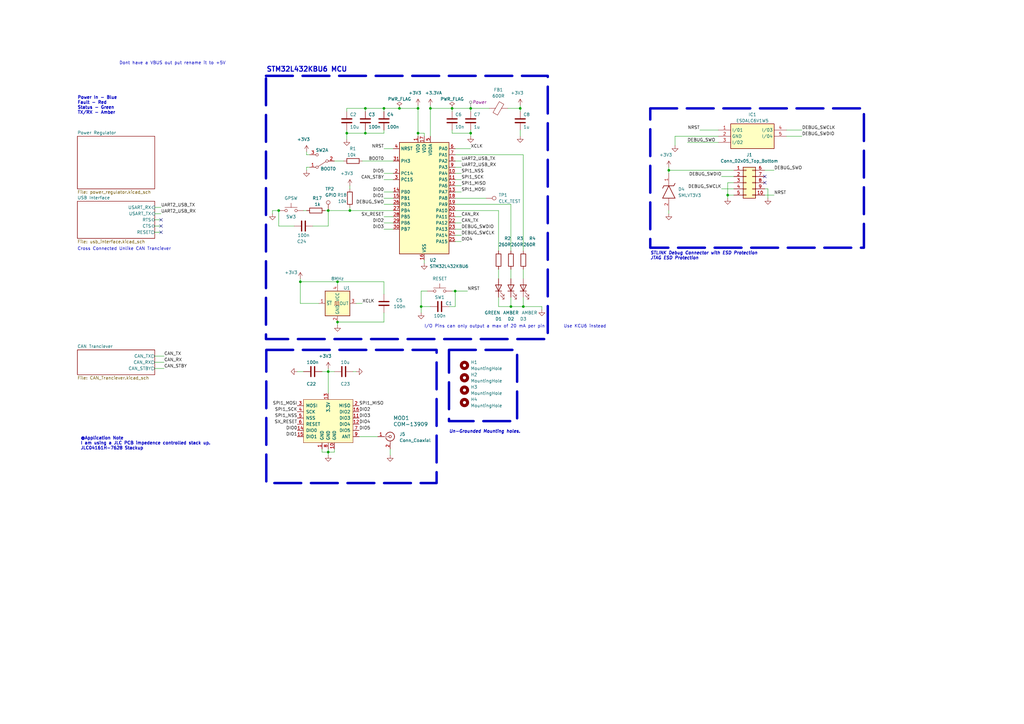
<source format=kicad_sch>
(kicad_sch (version 20231120) (generator "eeschema") (generator_version "8.0")
  (paper "A3")
  (title_block (title "CAN Bus Linked Temlemetry Module") (date "2023-10-06") (rev "2"))
  (lib_symbols
    (symbol "Connector:Conn_Coaxial" (pin_names (offset 1.016) hide)
      (property "Reference" "J" (at 0.254 3.048 0))
      (property "Value" "Conn_Coaxial" (at 2.921 0 90))
      (symbol "Conn_Coaxial_0_1"
        (arc (start -1.778 -0.508) (mid 0.2311 -1.8066) (end 1.778 0) (stroke (width 0.254)))
        (polyline (pts (xy -2.54 0) (xy -0.508 0)))
        (polyline (pts (xy 0 -2.54) (xy 0 -1.778)))
        (circle (center 0 0) (radius 0.508) (stroke (width 0.2032)))
        (arc (start 1.778 0) (mid 0.2099 1.8101) (end -1.778 0.508) (stroke (width 0.254)))
      )
      (symbol "Conn_Coaxial_1_1"
        (pin passive line (at -5.08 0 0) (length 2.54) (name "In") (number "1"))
        (pin passive line (at 0 -5.08 90) (length 2.54) (name "Ext") (number "2"))
      )
    )
    (symbol "Connector:TestPoint" (pin_numbers hide) (pin_names (offset 0.762) hide)
      (property "Reference" "TP" (at 0 6.858 0))
      (property "Value" "TestPoint" (at 0 5.08 0))
      (symbol "TestPoint_0_1"
        (circle (center 0 3.302) (radius 0.762))
      )
      (symbol "TestPoint_1_1"
        (pin passive line (at 0 0 90) (length 2.54) (name "1") (number "1"))
      )
    )
    (symbol "Connector_Generic:Conn_02x05_Top_Bottom" (pin_names (offset 1.016) hide)
      (property "Reference" "J" (at 1.27 7.62 0))
      (property "Value" "Conn_02x05_Top_Bottom" (at 1.27 -7.62 0))
      (symbol "Conn_02x05_Top_Bottom_1_1"
        (rectangle (start -1.27 -4.953) (end 0 -5.207) (stroke (width 0.1524)))
        (rectangle (start -1.27 -2.413) (end 0 -2.667) (stroke (width 0.1524)))
        (rectangle (start -1.27 0.127) (end 0 -0.127) (stroke (width 0.1524)))
        (rectangle (start -1.27 2.667) (end 0 2.413) (stroke (width 0.1524)))
        (rectangle (start -1.27 5.207) (end 0 4.953) (stroke (width 0.1524)))
        (rectangle (start -1.27 6.35) (end 3.81 -6.35) (stroke (width 0.254)) (fill (type background)))
        (rectangle (start 3.81 -4.953) (end 2.54 -5.207) (stroke (width 0.1524)))
        (rectangle (start 3.81 -2.413) (end 2.54 -2.667) (stroke (width 0.1524)))
        (rectangle (start 3.81 0.127) (end 2.54 -0.127) (stroke (width 0.1524)))
        (rectangle (start 3.81 2.667) (end 2.54 2.413) (stroke (width 0.1524)))
        (rectangle (start 3.81 5.207) (end 2.54 4.953) (stroke (width 0.1524)))
        (pin passive line (at -5.08 5.08 0) (length 3.81) (name "Pin_1") (number "1"))
        (pin passive line (at 7.62 -5.08 180) (length 3.81) (name "Pin_10") (number "10"))
        (pin passive line (at -5.08 2.54 0) (length 3.81) (name "Pin_2") (number "2"))
        (pin passive line (at -5.08 0 0) (length 3.81) (name "Pin_3") (number "3"))
        (pin passive line (at -5.08 -2.54 0) (length 3.81) (name "Pin_4") (number "4"))
        (pin passive line (at -5.08 -5.08 0) (length 3.81) (name "Pin_5") (number "5"))
        (pin passive line (at 7.62 5.08 180) (length 3.81) (name "Pin_6") (number "6"))
        (pin passive line (at 7.62 2.54 180) (length 3.81) (name "Pin_7") (number "7"))
        (pin passive line (at 7.62 0 180) (length 3.81) (name "Pin_8") (number "8"))
        (pin passive line (at 7.62 -2.54 180) (length 3.81) (name "Pin_9") (number "9"))
      )
    )
    (symbol "Device:C" (pin_numbers hide) (pin_names (offset 0.254))
      (property "Reference" "C" (at 0.635 2.54 0))
      (property "Value" "C" (at 0.635 -2.54 0))
      (symbol "C_0_1"
        (polyline (pts (xy -2.032 -0.762) (xy 2.032 -0.762)) (stroke (width 0.508)))
        (polyline (pts (xy -2.032 0.762) (xy 2.032 0.762)) (stroke (width 0.508)))
      )
      (symbol "C_1_1"
        (pin passive line (at 0 3.81 270) (length 2.794) (name "~") (number "1"))
        (pin passive line (at 0 -3.81 90) (length 2.794) (name "~") (number "2"))
      )
    )
    (symbol "Device:FerriteBead" (pin_numbers hide) (pin_names (offset 0))
      (property "Reference" "FB" (at -3.81 0.635 90))
      (property "Value" "FerriteBead" (at 3.81 0 90))
      (symbol "FerriteBead_0_1"
        (polyline (pts (xy 0 -1.27) (xy 0 -1.2192)))
        (polyline (pts (xy 0 1.27) (xy 0 1.2954)))
        (polyline (pts (xy -2.7686 0.4064) (xy -1.7018 2.2606) (xy 2.7686 -0.3048) (xy 1.6764 -2.159) (xy -2.7686 0.4064)))
      )
      (symbol "FerriteBead_1_1"
        (pin passive line (at 0 3.81 270) (length 2.54) (name "~") (number "1"))
        (pin passive line (at 0 -3.81 90) (length 2.54) (name "~") (number "2"))
      )
    )
    (symbol "Device:LED" (pin_numbers hide) (pin_names (offset 1.016) hide)
      (property "Reference" "D" (at 0 2.54 0))
      (property "Value" "LED" (at 0 -2.54 0))
      (symbol "LED_0_1"
        (polyline (pts (xy -1.27 -1.27) (xy -1.27 1.27)) (stroke (width 0.254)))
        (polyline (pts (xy -1.27 0) (xy 1.27 0)))
        (polyline (pts (xy 1.27 -1.27) (xy 1.27 1.27) (xy -1.27 0) (xy 1.27 -1.27)) (stroke (width 0.254)))
        (polyline (pts (xy -3.048 -0.762) (xy -4.572 -2.286) (xy -3.81 -2.286) (xy -4.572 -2.286) (xy -4.572 -1.524)))
        (polyline (pts (xy -1.778 -0.762) (xy -3.302 -2.286) (xy -2.54 -2.286) (xy -3.302 -2.286) (xy -3.302 -1.524)))
      )
      (symbol "LED_1_1"
        (pin passive line (at -3.81 0 0) (length 2.54) (name "K") (number "1"))
        (pin passive line (at 3.81 0 180) (length 2.54) (name "A") (number "2"))
      )
    )
    (symbol "Device:R" (pin_numbers hide) (pin_names (offset 0))
      (property "Reference" "R" (at 2.032 0 90))
      (property "Value" "R" (at 0 0 90))
      (symbol "R_0_1"
        (rectangle (start -1.016 -2.54) (end 1.016 2.54) (stroke (width 0.254)))
      )
      (symbol "R_1_1"
        (pin passive line (at 0 3.81 270) (length 1.27) (name "~") (number "1"))
        (pin passive line (at 0 -3.81 90) (length 1.27) (name "~") (number "2"))
      )
    )
    (symbol "MCU_ST_STM32L4:STM32L432KBUx"
      (property "Reference" "U" (at -10.16 24.13 0))
      (property "Value" "STM32L432KBUx" (at 5.08 24.13 0))
      (symbol "STM32L432KBUx_0_1"
        (rectangle (start -10.16 -22.86) (end 10.16 22.86) (stroke (width 0.254)) (fill (type background)))
      )
      (symbol "STM32L432KBUx_1_1"
        (pin power_in line (at -2.54 25.4 270) (length 2.54) (name "VDD") (number "1"))
        (pin bidirectional line (at 12.7 10.16 180) (length 2.54) (name "PA4") (number "10"))
        (pin bidirectional line (at 12.7 7.62 180) (length 2.54) (name "PA5") (number "11"))
        (pin bidirectional line (at 12.7 5.08 180) (length 2.54) (name "PA6") (number "12"))
        (pin bidirectional line (at 12.7 2.54 180) (length 2.54) (name "PA7") (number "13"))
        (pin bidirectional line (at -12.7 2.54 0) (length 2.54) (name "PB0") (number "14"))
        (pin bidirectional line (at -12.7 0 0) (length 2.54) (name "PB1") (number "15"))
        (pin power_in line (at 0 -25.4 90) (length 2.54) (name "VSS") (number "16"))
        (pin power_in line (at 0 25.4 270) (length 2.54) (name "VDD") (number "17"))
        (pin bidirectional line (at 12.7 0 180) (length 2.54) (name "PA8") (number "18"))
        (pin bidirectional line (at 12.7 -2.54 180) (length 2.54) (name "PA9") (number "19"))
        (pin bidirectional line (at -12.7 10.16 0) (length 2.54) (name "PC14") (number "2"))
        (pin bidirectional line (at 12.7 -5.08 180) (length 2.54) (name "PA10") (number "20"))
        (pin bidirectional line (at 12.7 -7.62 180) (length 2.54) (name "PA11") (number "21"))
        (pin bidirectional line (at 12.7 -10.16 180) (length 2.54) (name "PA12") (number "22"))
        (pin bidirectional line (at 12.7 -12.7 180) (length 2.54) (name "PA13") (number "23"))
        (pin bidirectional line (at 12.7 -15.24 180) (length 2.54) (name "PA14") (number "24"))
        (pin bidirectional line (at 12.7 -17.78 180) (length 2.54) (name "PA15") (number "25"))
        (pin bidirectional line (at -12.7 -2.54 0) (length 2.54) (name "PB3") (number "26"))
        (pin bidirectional line (at -12.7 -5.08 0) (length 2.54) (name "PB4") (number "27"))
        (pin bidirectional line (at -12.7 -7.62 0) (length 2.54) (name "PB5") (number "28"))
        (pin bidirectional line (at -12.7 -10.16 0) (length 2.54) (name "PB6") (number "29"))
        (pin bidirectional line (at -12.7 7.62 0) (length 2.54) (name "PC15") (number "3"))
        (pin bidirectional line (at -12.7 -12.7 0) (length 2.54) (name "PB7") (number "30"))
        (pin bidirectional line (at -12.7 15.24 0) (length 2.54) (name "PH3") (number "31"))
        (pin passive line (at 0 -25.4 90) (length 2.54) hide (name "VSS") (number "32"))
        (pin passive line (at 0 -25.4 90) (length 2.54) hide (name "VSS") (number "33"))
        (pin input line (at -12.7 20.32 0) (length 2.54) (name "NRST") (number "4"))
        (pin power_in line (at 2.54 25.4 270) (length 2.54) (name "VDDA") (number "5"))
        (pin bidirectional line (at 12.7 20.32 180) (length 2.54) (name "PA0") (number "6"))
        (pin bidirectional line (at 12.7 17.78 180) (length 2.54) (name "PA1") (number "7"))
        (pin bidirectional line (at 12.7 15.24 180) (length 2.54) (name "PA2") (number "8"))
        (pin bidirectional line (at 12.7 12.7 180) (length 2.54) (name "PA3") (number "9"))
      )
    )
    (symbol "Mechanical:MountingHole" (pin_names (offset 1.016))
      (property "Reference" "H" (at 0 5.08 0))
      (property "Value" "MountingHole" (at 0 3.175 0))
      (symbol "MountingHole_0_1"
        (circle (center 0 0) (radius 1.27) (stroke (width 1.27)))
      )
    )
    (symbol "RF_Parts:ESDALC6V1W5"
      (property "Reference" "IC" (at 24.13 7.62 0))
      (property "Value" "ESDALC6V1W5" (at 24.13 5.08 0))
      (symbol "ESDALC6V1W5_1_1"
        (rectangle (start 5.08 2.54) (end 22.86 -7.62) (stroke (width 0.254)) (fill (type background)))
        (pin passive line (at 0 0 0) (length 5.08) (name "I/01") (number "1"))
        (pin passive line (at 0 -2.54 0) (length 5.08) (name "GND") (number "2"))
        (pin passive line (at 0 -5.08 0) (length 5.08) (name "I/02") (number "3"))
        (pin passive line (at 27.94 0 180) (length 5.08) (name "I/03") (number "4"))
        (pin passive line (at 27.94 -2.54 180) (length 5.08) (name "I/04") (number "5"))
      )
    )
    (symbol "RF_Parts:SG-3225CAN"
      (property "Reference" "U" (at 3.81 7.62 0))
      (symbol "SG-3225CAN_0_1"
        (rectangle (start -5.08 5.08) (end 5.08 -5.08) (stroke (width 0.254)) (fill (type background)))
        (polyline (pts (xy -1.27 -0.762) (xy -1.016 -0.762) (xy -1.016 0.762) (xy -0.508 0.762) (xy -0.508 -0.762) (xy 0 -0.762) (xy 0 0.762) (xy 0.508 0.762) (xy 0.508 -0.762) (xy 0.762 -0.762)))
      )
      (symbol "SG-3225CAN_1_1"
        (pin input line (at -7.62 0 0) (length 2.54) (name "~{ST}") (number "1"))
        (pin power_in line (at 0 -7.62 90) (length 2.54) (name "GND") (number "2"))
        (pin output line (at 7.62 0 180) (length 2.54) (name "OUT") (number "3"))
        (pin power_in line (at 0 7.62 270) (length 2.54) (name "VCC") (number "4"))
      )
    )
    (symbol "RF_Parts:SMLVT3V3" (pin_names hide)
      (property "Reference" "D" (at 10.16 8.89 0))
      (property "Value" "SMLVT3V3" (at 10.16 6.35 0))
      (symbol "SMLVT3V3_1_1"
        (polyline (pts (xy 4.064 2.54) (xy 5.08 2.032)) (stroke (width 0.254)))
        (polyline (pts (xy 5.08 -2.032) (xy 5.08 2.032)) (stroke (width 0.254)))
        (polyline (pts (xy 5.08 -2.032) (xy 6.096 -2.54)) (stroke (width 0.254)))
        (polyline (pts (xy 5.08 0) (xy 10.16 2.54)) (stroke (width 0.254)))
        (polyline (pts (xy 10.16 -2.54) (xy 5.08 0)) (stroke (width 0.254)))
        (polyline (pts (xy 10.16 -2.54) (xy 10.16 2.54)) (stroke (width 0.254)))
        (pin passive line (at 0 0 0) (length 5.08) (name "K") (number "1"))
        (pin passive line (at 15.24 0 180) (length 5.08) (name "A") (number "2"))
      )
    )
    (symbol "Switch:SW_DPDT_x2" (pin_names (offset 0) hide)
      (property "Reference" "SW" (at 0 4.318 0))
      (property "Value" "SW_DPDT_x2" (at 0 -5.08 0))
      (symbol "SW_DPDT_x2_0_0"
        (circle (center -2.032 0) (radius 0.508))
        (circle (center 2.032 -2.54) (radius 0.508))
      )
      (symbol "SW_DPDT_x2_0_1"
        (polyline (pts (xy -1.524 0.254) (xy 1.651 2.286)))
        (circle (center 2.032 2.54) (radius 0.508))
      )
      (symbol "SW_DPDT_x2_1_1"
        (pin passive line (at 5.08 2.54 180) (length 2.54) (name "A") (number "1"))
        (pin passive line (at -5.08 0 0) (length 2.54) (name "B") (number "2"))
        (pin passive line (at 5.08 -2.54 180) (length 2.54) (name "C") (number "3"))
      )
      (symbol "SW_DPDT_x2_2_1"
        (pin passive line (at 5.08 2.54 180) (length 2.54) (name "A") (number "4"))
        (pin passive line (at -5.08 0 0) (length 2.54) (name "B") (number "5"))
        (pin passive line (at 5.08 -2.54 180) (length 2.54) (name "C") (number "6"))
      )
    )
    (symbol "Switch:SW_Push" (pin_numbers hide) (pin_names (offset 1.016) hide)
      (property "Reference" "SW" (at 1.27 2.54 0))
      (property "Value" "SW_Push" (at 0 -1.524 0))
      (symbol "SW_Push_0_1"
        (circle (center -2.032 0) (radius 0.508))
        (polyline (pts (xy 0 1.27) (xy 0 3.048)))
        (polyline (pts (xy 2.54 1.27) (xy -2.54 1.27)))
        (circle (center 2.032 0) (radius 0.508))
        (pin passive line (at -5.08 0 0) (length 2.54) (name "1") (number "1"))
        (pin passive line (at 5.08 0 180) (length 2.54) (name "2") (number "2"))
      )
    )
    (symbol "dk_RF-Transceiver-Modules:COM-13909" (pin_names (offset 1.016))
      (property "Reference" "MOD" (at -10.287 13.7922 0))
      (property "Value" "COM-13909" (at 3.2766 -6.477 0))
      (symbol "COM-13909_1_1"
        (rectangle (start -10.16 12.7) (end 10.16 -5.08) (fill (type background)))
        (pin power_in line (at -2.54 -7.62 90) (length 2.54) (name "GND") (number "1"))
        (pin power_in line (at 2.54 -7.62 90) (length 2.54) (name "GND") (number "10"))
        (pin bidirectional line (at 12.7 5.08 180) (length 2.54) (name "DIO3") (number "11"))
        (pin bidirectional line (at 12.7 2.54 180) (length 2.54) (name "DIO4") (number "12"))
        (pin power_in line (at 0 15.24 270) (length 2.54) (name "3.3V") (number "13"))
        (pin bidirectional line (at -12.7 0 0) (length 2.54) (name "DIO0") (number "14"))
        (pin bidirectional line (at -12.7 -2.54 0) (length 2.54) (name "DIO1") (number "15"))
        (pin bidirectional line (at 12.7 7.62 180) (length 2.54) (name "DIO2") (number "16"))
        (pin output line (at 12.7 10.16 180) (length 2.54) (name "MISO") (number "2"))
        (pin input line (at -12.7 10.16 0) (length 2.54) (name "MOSI") (number "3"))
        (pin input line (at -12.7 7.62 0) (length 2.54) (name "SCK") (number "4"))
        (pin input line (at -12.7 5.08 0) (length 2.54) (name "NSS") (number "5"))
        (pin input line (at -12.7 2.54 0) (length 2.54) (name "RESET") (number "6"))
        (pin bidirectional line (at 12.7 0 180) (length 2.54) (name "DIO5") (number "7"))
        (pin power_in line (at 0 -7.62 90) (length 2.54) (name "GND") (number "8"))
        (pin bidirectional line (at 12.7 -2.54 180) (length 2.54) (name "ANT") (number "9"))
      )
    )
    (symbol "power:+3.3VA" (power) (pin_names (offset 0))
      (property "Value" "+3.3VA" (at 0 3.556 0))
      (symbol "+3.3VA_0_1"
        (polyline (pts (xy -0.762 1.27) (xy 0 2.54)))
        (polyline (pts (xy 0 0) (xy 0 2.54)))
        (polyline (pts (xy 0 2.54) (xy 0.762 1.27)))
      )
      (symbol "+3.3VA_1_1"
        (pin power_in line (at 0 0 90) (length 0) hide (name "+3.3VA") (number "1"))
      )
    )
    (symbol "power:+3V3" (power) (pin_names (offset 0))
      (property "Value" "+3V3" (at 0 3.556 0))
      (symbol "+3V3_0_1"
        (polyline (pts (xy -0.762 1.27) (xy 0 2.54)))
        (polyline (pts (xy 0 0) (xy 0 2.54)))
        (polyline (pts (xy 0 2.54) (xy 0.762 1.27)))
      )
      (symbol "+3V3_1_1"
        (pin power_in line (at 0 0 90) (length 0) hide (name "+3V3") (number "1"))
      )
    )
    (symbol "power:GND" (power) (pin_names (offset 0))
      (property "Value" "GND" (at 0 -3.81 0))
      (symbol "GND_0_1"
        (polyline (pts (xy 0 0) (xy 0 -1.27) (xy 1.27 -1.27) (xy 0 -2.54) (xy -1.27 -1.27) (xy 0 -1.27)))
      )
      (symbol "GND_1_1"
        (pin power_in line (at 0 0 270) (length 0) hide (name "GND") (number "1"))
      )
    )
    (symbol "power:PWR_FLAG" (power) (pin_numbers hide) (pin_names (offset 0) hide)
      (property "Value" "PWR_FLAG" (at 0 3.81 0))
      (symbol "PWR_FLAG_0_0"
        (pin power_out line (at 0 0 90) (length 0) (name "pwr") (number "1"))
      )
      (symbol "PWR_FLAG_0_1"
        (polyline (pts (xy 0 0) (xy 0 1.27) (xy -1.016 1.905) (xy 0 2.54) (xy 1.016 1.905) (xy 0 1.27)))
      )
    )
  )
  (junction (at 185.42 44.45))
  (junction (at 114.3 86.36))
  (junction (at 171.45 54.61))
  (junction (at 213.36 44.45))
  (junction (at 163.83 44.45))
  (junction (at 193.04 44.45))
  (junction (at 149.86 54.61))
  (junction (at 134.62 185.42))
  (junction (at 176.53 44.45))
  (junction (at 123.19 115.57))
  (junction (at 214.63 125.73))
  (junction (at 298.45 80.01))
  (junction (at 157.48 44.45))
  (junction (at 134.62 152.4))
  (junction (at 142.24 54.61))
  (junction (at 172.72 125.73))
  (junction (at 143.51 86.36))
  (junction (at 209.55 125.73))
  (junction (at 149.86 44.45))
  (junction (at 193.04 54.61))
  (junction (at 134.62 86.36))
  (junction (at 186.69 119.38))
  (junction (at 138.43 115.57))
  (junction (at 274.32 69.85))
  (junction (at 138.43 132.08))
  (junction (at 171.45 44.45))
  (no_connect (at 66.04 92.71))
  (no_connect (at 66.04 90.17))
  (no_connect (at 313.69 74.93))
  (no_connect (at 313.69 72.39))
  (no_connect (at 66.04 95.25))
  (wire (pts (xy 134.62 86.36) (xy 134.62 92.71)))
  (wire (pts (xy 111.76 87.63) (xy 111.76 86.36)))
  (wire (pts (xy 185.42 44.45) (xy 185.42 45.72)))
  (wire (pts (xy 160.02 184.15) (xy 160.02 186.69)))
  (wire (pts (xy 172.72 119.38) (xy 172.72 125.73)))
  (wire (pts (xy 186.69 78.74) (xy 189.23 78.74)))
  (wire (pts (xy 186.69 119.38) (xy 186.69 125.73)))
  (wire (pts (xy 138.43 115.57) (xy 123.19 115.57)))
  (wire (pts (xy 314.96 81.28) (xy 314.96 77.47)))
  (wire (pts (xy 63.5 90.17) (xy 66.04 90.17)))
  (wire (pts (xy 298.45 80.01) (xy 300.99 80.01)))
  (wire (pts (xy 127 68.58) (xy 125.73 68.58)))
  (wire (pts (xy 193.04 55.88) (xy 193.04 54.61)))
  (wire (pts (xy 199.39 81.28) (xy 186.69 81.28)))
  (wire (pts (xy 175.26 119.38) (xy 172.72 119.38)))
  (wire (pts (xy 274.32 86.36) (xy 274.32 87.63)))
  (wire (pts (xy 193.04 44.45) (xy 200.66 44.45)))
  (wire (pts (xy 204.47 121.92) (xy 204.47 125.73)))
  (wire (pts (xy 114.3 86.36) (xy 114.3 92.71)))
  (wire (pts (xy 281.94 58.42) (xy 294.64 58.42)))
  (wire (pts (xy 171.45 43.18) (xy 171.45 44.45)))
  (wire (pts (xy 176.53 44.45) (xy 185.42 44.45)))
  (wire (pts (xy 161.29 78.74) (xy 157.48 78.74)))
  (wire (pts (xy 63.5 148.59) (xy 67.31 148.59)))
  (wire (pts (xy 123.19 115.57) (xy 123.19 124.46)))
  (wire (pts (xy 274.32 68.58) (xy 274.32 69.85)))
  (wire (pts (xy 204.47 86.36) (xy 186.69 86.36)))
  (wire (pts (xy 172.72 125.73) (xy 172.72 128.27)))
  (wire (pts (xy 295.91 77.47) (xy 300.99 77.47)))
  (wire (pts (xy 121.92 152.4) (xy 124.46 152.4)))
  (wire (pts (xy 144.78 152.4) (xy 146.05 152.4)))
  (wire (pts (xy 161.29 88.9) (xy 157.48 88.9)))
  (wire (pts (xy 213.36 44.45) (xy 213.36 45.72)))
  (wire (pts (xy 138.43 116.84) (xy 138.43 115.57)))
  (wire (pts (xy 185.42 54.61) (xy 193.04 54.61)))
  (wire (pts (xy 138.43 132.08) (xy 157.48 132.08)))
  (wire (pts (xy 295.91 72.39) (xy 300.99 72.39)))
  (wire (pts (xy 142.24 54.61) (xy 149.86 54.61)))
  (wire (pts (xy 214.63 114.3) (xy 214.63 110.49)))
  (wire (pts (xy 125.73 68.58) (xy 125.73 69.85)))
  (wire (pts (xy 157.48 83.82) (xy 161.29 83.82)))
  (wire (pts (xy 132.08 185.42) (xy 134.62 185.42)))
  (wire (pts (xy 123.19 114.3) (xy 123.19 115.57)))
  (wire (pts (xy 137.16 152.4) (xy 134.62 152.4)))
  (wire (pts (xy 143.51 85.09) (xy 143.51 86.36)))
  (wire (pts (xy 204.47 125.73) (xy 209.55 125.73)))
  (wire (pts (xy 294.64 55.88) (xy 276.86 55.88)))
  (wire (pts (xy 157.48 60.96) (xy 161.29 60.96)))
  (wire (pts (xy 213.36 43.18) (xy 213.36 44.45)))
  (wire (pts (xy 317.5 80.01) (xy 313.69 80.01)))
  (wire (pts (xy 171.45 54.61) (xy 171.45 55.88)))
  (wire (pts (xy 186.69 88.9) (xy 189.23 88.9)))
  (wire (pts (xy 111.76 86.36) (xy 114.3 86.36)))
  (wire (pts (xy 186.69 63.5) (xy 214.63 63.5)))
  (wire (pts (xy 173.99 55.88) (xy 173.99 54.61)))
  (wire (pts (xy 63.5 87.63) (xy 66.04 87.63)))
  (wire (pts (xy 134.62 151.13) (xy 134.62 152.4)))
  (wire (pts (xy 317.5 69.85) (xy 313.69 69.85)))
  (wire (pts (xy 137.16 66.04) (xy 140.97 66.04)))
  (wire (pts (xy 186.69 68.58) (xy 189.23 68.58)))
  (wire (pts (xy 298.45 80.01) (xy 298.45 81.28)))
  (wire (pts (xy 193.04 45.72) (xy 193.04 44.45)))
  (wire (pts (xy 134.62 185.42) (xy 137.16 185.42)))
  (wire (pts (xy 186.69 76.2) (xy 189.23 76.2)))
  (wire (pts (xy 63.5 85.09) (xy 66.04 85.09)))
  (wire (pts (xy 186.69 96.52) (xy 189.23 96.52)))
  (wire (pts (xy 161.29 91.44) (xy 157.48 91.44)))
  (wire (pts (xy 134.62 86.36) (xy 143.51 86.36)))
  (wire (pts (xy 171.45 44.45) (xy 171.45 54.61)))
  (wire (pts (xy 142.24 44.45) (xy 142.24 45.72)))
  (wire (pts (xy 138.43 115.57) (xy 157.48 115.57)))
  (wire (pts (xy 157.48 44.45) (xy 163.83 44.45)))
  (wire (pts (xy 176.53 44.45) (xy 176.53 55.88)))
  (wire (pts (xy 142.24 53.34) (xy 142.24 54.61)))
  (wire (pts (xy 208.28 44.45) (xy 213.36 44.45)))
  (wire (pts (xy 143.51 86.36) (xy 161.29 86.36)))
  (wire (pts (xy 189.23 99.06) (xy 186.69 99.06)))
  (wire (pts (xy 124.46 86.36) (xy 125.73 86.36)))
  (wire (pts (xy 204.47 102.87) (xy 204.47 86.36)))
  (wire (pts (xy 322.58 53.34) (xy 328.93 53.34)))
  (wire (pts (xy 274.32 69.85) (xy 274.32 71.12)))
  (wire (pts (xy 298.45 74.93) (xy 300.99 74.93)))
  (wire (pts (xy 214.63 63.5) (xy 214.63 102.87)))
  (wire (pts (xy 186.69 66.04) (xy 189.23 66.04)))
  (wire (pts (xy 186.69 71.12) (xy 189.23 71.12)))
  (wire (pts (xy 214.63 125.73) (xy 209.55 125.73)))
  (wire (pts (xy 186.69 91.44) (xy 189.23 91.44)))
  (wire (pts (xy 193.04 53.34) (xy 193.04 54.61)))
  (wire (pts (xy 149.86 44.45) (xy 149.86 45.72)))
  (wire (pts (xy 149.86 54.61) (xy 157.48 54.61)))
  (wire (pts (xy 157.48 120.65) (xy 157.48 115.57)))
  (wire (pts (xy 186.69 60.96) (xy 193.04 60.96)))
  (wire (pts (xy 157.48 53.34) (xy 157.48 54.61)))
  (wire (pts (xy 63.5 151.13) (xy 67.31 151.13)))
  (wire (pts (xy 186.69 125.73) (xy 184.15 125.73)))
  (wire (pts (xy 149.86 53.34) (xy 149.86 54.61)))
  (wire (pts (xy 142.24 44.45) (xy 149.86 44.45)))
  (wire (pts (xy 138.43 132.08) (xy 138.43 133.35)))
  (wire (pts (xy 132.08 184.15) (xy 132.08 185.42)))
  (wire (pts (xy 142.24 54.61) (xy 142.24 57.15)))
  (wire (pts (xy 314.96 77.47) (xy 313.69 77.47)))
  (wire (pts (xy 204.47 114.3) (xy 204.47 110.49)))
  (wire (pts (xy 125.73 63.5) (xy 127 63.5)))
  (wire (pts (xy 148.59 124.46) (xy 146.05 124.46)))
  (wire (pts (xy 209.55 83.82) (xy 186.69 83.82)))
  (wire (pts (xy 163.83 44.45) (xy 171.45 44.45)))
  (wire (pts (xy 176.53 125.73) (xy 172.72 125.73)))
  (wire (pts (xy 276.86 55.88) (xy 276.86 59.69)))
  (wire (pts (xy 134.62 185.42) (xy 134.62 186.69)))
  (wire (pts (xy 186.69 119.38) (xy 191.77 119.38)))
  (wire (pts (xy 287.02 53.34) (xy 294.64 53.34)))
  (wire (pts (xy 143.51 76.2) (xy 143.51 77.47)))
  (wire (pts (xy 123.19 124.46) (xy 130.81 124.46)))
  (wire (pts (xy 157.48 44.45) (xy 149.86 44.45)))
  (wire (pts (xy 63.5 95.25) (xy 66.04 95.25)))
  (wire (pts (xy 186.69 73.66) (xy 189.23 73.66)))
  (wire (pts (xy 148.59 66.04) (xy 161.29 66.04)))
  (wire (pts (xy 161.29 81.28) (xy 157.48 81.28)))
  (wire (pts (xy 134.62 86.36) (xy 133.35 86.36)))
  (wire (pts (xy 147.32 179.07) (xy 154.94 179.07)))
  (wire (pts (xy 185.42 44.45) (xy 193.04 44.45)))
  (wire (pts (xy 209.55 102.87) (xy 209.55 83.82)))
  (wire (pts (xy 134.62 184.15) (xy 134.62 185.42)))
  (wire (pts (xy 125.73 63.5) (xy 125.73 62.23)))
  (wire (pts (xy 132.08 152.4) (xy 134.62 152.4)))
  (wire (pts (xy 214.63 121.92) (xy 214.63 125.73)))
  (wire (pts (xy 176.53 43.18) (xy 176.53 44.45)))
  (wire (pts (xy 222.25 127) (xy 222.25 125.73)))
  (wire (pts (xy 173.99 54.61) (xy 171.45 54.61)))
  (wire (pts (xy 157.48 128.27) (xy 157.48 132.08)))
  (wire (pts (xy 209.55 125.73) (xy 209.55 121.92)))
  (wire (pts (xy 185.42 53.34) (xy 185.42 54.61)))
  (wire (pts (xy 185.42 119.38) (xy 186.69 119.38)))
  (wire (pts (xy 173.99 106.68) (xy 173.99 107.95)))
  (wire (pts (xy 222.25 125.73) (xy 214.63 125.73)))
  (wire (pts (xy 322.58 55.88) (xy 328.93 55.88)))
  (wire (pts (xy 298.45 74.93) (xy 298.45 80.01)))
  (wire (pts (xy 213.36 53.34) (xy 213.36 55.88)))
  (wire (pts (xy 114.3 92.71) (xy 120.65 92.71)))
  (wire (pts (xy 134.62 152.4) (xy 134.62 161.29)))
  (wire (pts (xy 137.16 185.42) (xy 137.16 184.15)))
  (wire (pts (xy 186.69 93.98) (xy 189.23 93.98)))
  (wire (pts (xy 274.32 69.85) (xy 300.99 69.85)))
  (wire (pts (xy 157.48 44.45) (xy 157.48 45.72)))
  (wire (pts (xy 157.48 71.12) (xy 161.29 71.12)))
  (wire (pts (xy 157.48 73.66) (xy 161.29 73.66)))
  (wire (pts (xy 63.5 146.05) (xy 67.31 146.05)))
  (wire (pts (xy 209.55 114.3) (xy 209.55 110.49)))
  (wire (pts (xy 63.5 92.71) (xy 66.04 92.71)))
  (wire (pts (xy 128.27 92.71) (xy 134.62 92.71)))
  (wire (pts (xy 161.29 93.98) (xy 157.48 93.98)))
  (rectangle (start 109.093 31.115) (end 224.663 139.065) (stroke (width 1) (type dash)))
  (rectangle (start 478.79 15.24) (end 491.49 26.67))
  (rectangle (start 520.7 15.24) (end 538.48 29.21))
  (rectangle (start 497.84 17.78) (end 502.92 22.86))
  (rectangle (start 444.5 15.24) (end 452.12 26.67))
  (rectangle (start 184.15 143.51) (end 212.09 172.72) (stroke (width 1) (type dash)))
  (rectangle (start 444.5 8.89) (end 538.48 34.29))
  (rectangle (start 457.2 17.78) (end 463.55 24.13))
  (rectangle (start 266.7 44.45) (end 354.33 101.6) (stroke (width 1) (type dash)))
  (rectangle (start 461.01 29.21) (end 468.63 34.29))
  (rectangle (start 109.22 143.51) (end 179.07 198.12) (stroke (width 1) (type dash)))
  (text "MCU" (at 478.79 15.24 0) (effects (font (size 1.27 1.27)) (justify left bottom)))
  (text "Front\n" (at 444.5 7.62 0) (effects (font (size 1.27 1.27)) (justify left bottom)))
  (text "Un-Grounded Mounting holes." (at 184.15 177.8 0) (effects (font (size 1.27 1.27) (thickness 0.254) (bold yes) (italic yes)) (justify left bottom)))
  (text "COAX RF Anttenna\n" (at 520.7 15.24 0) (effects (font (size 1.27 1.27)) (justify left bottom)))
  (text "Final parts bill:\n\nLDO Voltage Regulator : https://www.digikey.ca/en/products/detail/texas-instruments/TLV2217-33KVURG3/1096010\n\nSTM32L562CET6 : https://www.st.com/en/microcontrollers-microprocessors/stm32l562ce.html#sample-buy\n\nRF Tranciever AT86RF215-ZU : https://www.digikey.ca/en/products/detail/microchip-technology/AT86RF215-ZU/5147177\n\nCAN Tranciever MCP2544WFD-E/FSN : https://www.digikey.ca/en/products/detail/microchip-technology/MCP2544WFD-E%2FSN/5975771\n\n8 MHz Crystal Occilator ECS-80-12-33-JGN-TR : https://www.digikey.ca/en/products/detail/ecs-inc/ECS-80-12-33-JGN-TR/10478754\n\nUSB ESD PROTECTION TVS : https://www.digikey.ca/en/products/detail/stmicroelectronics/USBLC6-2SC6/1040559\n\nSWD ESD PROTECTION IC : https://www.digikey.ca/en/products/detail/stmicroelectronics/ESDALC6V1W5/1037997\n\nSWD ESD PROTECTION DIODE : https://www.digikey.ca/en/products/detail/stmicroelectronics/SMLVT3V3/603521\n\nPOWER DIODE ESDA7P120-1U1M : https://www.digikey.ca/en/products/detail/stmicroelectronics/ESDA7P120-1U1M/6709858\n\nCAN Transciever ESD Protection ESDCAN03-2BWY : https://www.digikey.ca/en/products/detail/stmicroelectronics/ESDCAN03-2BWY/5305266\n\nButton Push : https://www.digikey.ca/en/products/detail/w%C3%BCrth-elektronik/434133025816/9950810\n\nCAN 2.0 Controller MCP2517FD-H/FSL : https://www.digikey.ca/en/products/detail/microchip-technology/MCP2517FD-H%2FSL/7691348?" (at 444.5 86.36 0) (effects (font (size 1.27 1.27)) (justify left bottom)))
  (text "STM32L432KBU6 MCU" (at 109.22 29.718 0) (effects (font (size 2 2) (thickness 0.4) (bold yes)) (justify left bottom)))
  (text "CAN Transciever\n" (at 453.39 17.78 0) (effects (font (size 1.27 1.27)) (justify left bottom)))
  (text "STLINK Debug Connector with ESD Protection\nJTAG ESD Protection" (at 266.7 106.68 0) (effects (font (size 1.27 1.27) (thickness 0.254) (bold yes) (italic yes)) (justify left bottom)))
  (text "@Application Note\nI am using a JLC PCB impedence controlled stack up.\nJLC04161H-7628 Stackup\n\n" (at 33.02 186.69 0) (effects (font (size 1.27 1.27) (thickness 0.254) (bold yes)) (justify left bottom)))
  (text "Power In - Blue\nFault - Red\nStatus - Green\nTX/RX - Amber" (at 31.75 46.99 0) (effects (font (size 1.27 1.27) (thickness 0.254) (bold yes)) (justify left bottom)))
  (text "USB\n" (at 461.01 31.75 0) (effects (font (size 1.27 1.27)) (justify left bottom)))
  (text "Cross Connected Unlike CAN Tranciever" (at 31.75 102.87 0) (effects (font (size 1.27 1.27)) (justify left bottom)))
  (text "I/O Pins can only output a max of 20 mA per pin" (at 173.99 134.62 0) (effects (font (size 1.27 1.27)) (justify left bottom)))
  (text "Use KCU6 instead" (at 231.14 134.62 0) (effects (font (size 1.27 1.27)) (justify left bottom)))
  (text "CAN RJ45" (at 450.85 26.67 90) (effects (font (size 1.27 1.27)) (justify left bottom)))
  (text "RF Transciever\n" (at 495.3 17.78 0) (effects (font (size 1.27 1.27)) (justify left bottom)))
  (text "Dont have a VBUS out put rename it to +5V\n" (at 48.895 26.67 0) (effects (font (size 1.27 1.27)) (justify left bottom)))
  (label "DIO3" (at 157.48 93.98 180))
  (label "DIO4" (at 189.23 99.06 0))
  (label "SPI1_MISO" (at 147.32 166.37 0))
  (label "SX_RESET" (at 157.48 88.9 180))
  (label "DEBUG_SWDIO" (at 189.23 93.98 0))
  (label "DEBUG_SWO" (at 281.94 58.42 0))
  (label "SPI1_SCK" (at 121.92 168.91 180))
  (label "DEBUG_SWO" (at 317.5 69.85 0))
  (label "NRST" (at 191.77 119.38 0))
  (label "UART2_USB_TX" (at 66.04 85.09 0))
  (label "UART2_USB_TX" (at 189.23 66.04 0))
  (label "DEBUG_SWDIO" (at 295.91 72.39 180))
  (label "CAN_STBY" (at 157.48 73.66 180))
  (label "DIO5" (at 147.32 176.53 0))
  (label "NRST" (at 287.02 53.34 180))
  (label "NRST" (at 317.5 80.01 0))
  (label "DIO1" (at 157.48 81.28 180))
  (label "CAN_RX" (at 189.23 88.9 0))
  (label "DIO3" (at 147.32 171.45 0))
  (label "DIO0" (at 121.92 176.53 180))
  (label "NRST" (at 157.48 60.96 180))
  (label "CAN_TX" (at 67.31 146.05 0))
  (label "SPI1_MOSI" (at 189.23 78.74 0))
  (label "UART2_USB_RX" (at 189.23 68.58 0))
  (label "DEBUG_SWO" (at 157.48 83.82 180))
  (label "CAN_STBY" (at 67.31 151.13 0))
  (label "DIO4" (at 147.32 173.99 0))
  (label "BOOT0" (at 157.48 66.04 180))
  (label "XCLK" (at 148.59 124.46 0))
  (label "SPI1_NSS" (at 189.23 71.12 0))
  (label "DEBUG_SWCLK" (at 189.23 96.52 0))
  (label "DIO2" (at 147.32 168.91 0))
  (label "SPI1_NSS" (at 121.92 171.45 180))
  (label "DIO2" (at 157.48 91.44 180))
  (label "SX_RESET" (at 121.92 173.99 180))
  (label "DEBUG_SWDIO" (at 328.93 55.88 0))
  (label "DIO5" (at 157.48 71.12 180))
  (label "DIO0" (at 157.48 78.74 180))
  (label "SPI1_MISO" (at 189.23 76.2 0))
  (label "XCLK" (at 193.04 60.96 0))
  (label "UART2_USB_RX" (at 66.04 87.63 0))
  (label "DIO1" (at 121.92 179.07 180))
  (label "SPI1_MOSI" (at 121.92 166.37 180))
  (label "DEBUG_SWCLK" (at 295.91 77.47 180))
  (label "CAN_TX" (at 189.23 91.44 0))
  (label "CAN_RX" (at 67.31 148.59 0))
  (label "SPI1_SCK" (at 189.23 73.66 0))
  (label "DEBUG_SWCLK" (at 328.93 53.34 0))
  (netclass_flag "" (length 2.54) (shape round) (at 193.04 44.45 0) (property "Netclass" "Power" (at 193.7385 41.91 0) (effects (font (italic yes)) (justify left))))
  (symbol (lib_id "Device:FerriteBead") (at 204.47 44.45 90) (unit 1)
    (property "Reference" "FB1" (at 204.4192 36.83 90))
    (property "Value" "600R" (at 204.4192 39.37 90))
    (property "Footprint" "Resistor_SMD:R_0603_1608Metric" (effects (hide yes)))
    (property "LCSC #" "C1002" (effects (hide yes)))
    (property "JLCPCB Part#(optional)" "C1002" (effects (hide yes)))
    (property "DK #" "240-2367-1-ND" (effects (hide yes)))
    (property "PCBA" "-" (effects (hide yes)))
  )
  (symbol (lib_id "power:GND") (at 146.05 152.4 90) (unit 1)
    (property "Reference" "#PWR060" (effects (hide yes)))
    (property "Value" "GND" (effects (hide yes)))
  )
  (symbol (lib_id "Connector:Conn_Coaxial") (at 160.02 179.07 0) (unit 1)
    (property "Reference" "J5" (at 163.83 178.0932 0) (effects (justify left)))
    (property "Value" "Conn_Coaxial" (at 163.83 180.6332 0) (effects (justify left)))
    (property "Footprint" "footprints:TAOGLAS_EMPCB.SMAFSTJ.B.HT" (effects (hide yes)))
    (property "Datasheet" " ~" (effects (hide yes)))
    (property "DK #" "314-1702-ND" (effects (hide yes)))
  )
  (symbol (lib_id "power:+3V3") (at 274.32 68.58 0) (unit 1)
    (property "Reference" "#PWR014" (effects (hide yes)))
    (property "Value" "+3V3" (at 273.05 63.5 0))
  )
  (symbol (lib_id "Device:C") (at 193.04 49.53 0) (unit 1)
    (property "Reference" "C7" (at 194.31 46.99 0) (effects (justify left)))
    (property "Value" "1u" (at 194.31 52.07 0) (effects (justify left)))
    (property "Footprint" "Capacitor_SMD:C_0402_1005Metric" (effects (hide yes)))
    (property "LCSC #" "C52923" (effects (hide yes)))
    (property "JLCPCB Part#(optional)" "C52923" (effects (hide yes)))
    (property "DK #" "490-13339-1-ND" (effects (hide yes)))
    (property "PCBA" "-" (effects (hide yes)))
  )
  (symbol (lib_id "Device:C") (at 185.42 49.53 0) (unit 1)
    (property "Reference" "C6" (at 186.69 46.99 0) (effects (justify left)))
    (property "Value" "10n" (at 186.69 52.07 0) (effects (justify left)))
    (property "Footprint" "Capacitor_SMD:C_0402_1005Metric" (effects (hide yes)))
    (property "LCSC #" "C1525" (effects (hide yes)))
    (property "JLCPCB Part#(optional)" "-- mixed values --" (effects (hide yes)))
    (property "DK #" "490-4762-1-ND" (effects (hide yes)))
    (property "PCBA" "-" (effects (hide yes)))
  )
  (symbol (lib_id "power:GND") (at 142.24 57.15 0) (unit 1)
    (property "Reference" "#PWR06" (effects (hide yes)))
    (property "Value" "GND" (effects (hide yes)))
  )
  (symbol (lib_id "power:+3V3") (at 125.73 62.23 0) (unit 1)
    (property "Reference" "#PWR03" (effects (hide yes)))
    (property "Value" "+3V3" (at 124.46 57.15 0))
  )
  (symbol (lib_id "power:GND") (at 134.62 186.69 0) (unit 1)
    (property "Reference" "#PWR056" (effects (hide yes)))
    (property "Value" "GND" (effects (hide yes)))
  )
  (symbol (lib_id "Device:C") (at 213.36 49.53 0) (unit 1)
    (property "Reference" "C8" (at 214.63 46.99 0) (effects (justify left)))
    (property "Value" "1u" (at 214.63 52.07 0) (effects (justify left)))
    (property "Footprint" "Capacitor_SMD:C_0402_1005Metric" (effects (hide yes)))
    (property "LCSC #" "C52923" (effects (hide yes)))
    (property "JLCPCB Part#(optional)" "C52923" (effects (hide yes)))
    (property "DK #" "490-13339-1-ND" (effects (hide yes)))
    (property "PCBA" "-" (effects (hide yes)))
  )
  (symbol (lib_id "Device:R") (at 209.55 106.68 180) (unit 1)
    (property "Reference" "R3" (at 214.63 97.79 0) (effects (justify left)))
    (property "Value" "260R" (at 214.63 100.33 0) (effects (justify left)))
    (property "Footprint" "Resistor_SMD:R_0603_1608Metric" (effects (hide yes)))
    (property "LCSC #" "C22966" (effects (hide yes)))
    (property "JLCPCB Part#(optional)" "C22966" (effects (hide yes)))
    (property "DK #" "RMCF0603FT110RCT-ND" (effects (hide yes)))
    (property "PCBA" "-" (effects (hide yes)))
  )
  (symbol (lib_id "Device:R") (at 144.78 66.04 90) (unit 1)
    (property "Reference" "R1" (at 146.05 60.96 90) (effects (justify left)))
    (property "Value" "10k" (at 146.05 63.5 90) (effects (justify left)))
    (property "Footprint" "Resistor_SMD:R_0603_1608Metric" (effects (hide yes)))
    (property "LCSC #" "C25804" (effects (hide yes)))
    (property "JLCPCB Part#(optional)" "C25804" (effects (hide yes)))
    (property "DK #" "311-10.0KHRCT-ND" (effects (hide yes)))
    (property "PCBA" "-" (effects (hide yes)))
  )
  (symbol (lib_id "Mechanical:MountingHole") (at 190.5 154.94 0) (unit 1)
    (property "Reference" "H2" (at 193.04 153.67 0) (effects (justify left)))
    (property "Value" "MountingHole" (at 193.04 156.21 0) (effects (justify left)))
    (property "Footprint" "MountingHole:MountingHole_2.2mm_M2" (effects (hide yes)))
  )
  (symbol (lib_id "power:GND") (at 138.43 133.35 0) (unit 1)
    (property "Reference" "#PWR05" (effects (hide yes)))
    (property "Value" "GND" (effects (hide yes)))
  )
  (symbol (lib_id "Device:R") (at 214.63 106.68 180) (unit 1)
    (property "Reference" "R4" (at 219.71 97.79 0) (effects (justify left)))
    (property "Value" "260R" (at 219.71 100.33 0) (effects (justify left)))
    (property "Footprint" "Resistor_SMD:R_0603_1608Metric" (effects (hide yes)))
    (property "LCSC #" "C22966" (effects (hide yes)))
    (property "JLCPCB Part#(optional)" "C22966" (effects (hide yes)))
    (property "DK #" "RMCF0603FT110RCT-ND" (effects (hide yes)))
    (property "PCBA" "-" (effects (hide yes)))
  )
  (symbol (lib_id "Connector_Generic:Conn_02x05_Top_Bottom") (at 306.07 74.93 0) (unit 1)
    (property "Reference" "J1" (at 307.34 63.5 0))
    (property "Value" "Conn_02x05_Top_Bottom" (at 307.34 66.04 0))
    (property "Footprint" "Connector_PinHeader_2.54mm:PinHeader_2x05_P2.54mm_Vertical" (effects (hide yes)))
  )
  (symbol (lib_id "Device:R") (at 204.47 106.68 180) (unit 1)
    (property "Reference" "R2" (at 209.55 97.79 0) (effects (justify left)))
    (property "Value" "260R" (at 209.55 100.33 0) (effects (justify left)))
    (property "Footprint" "Resistor_SMD:R_0603_1608Metric" (effects (hide yes)))
    (property "LCSC #" "C22966" (effects (hide yes)))
    (property "JLCPCB Part#(optional)" "C22966" (effects (hide yes)))
    (property "DK #" "RMCF0603FT110RCT-ND" (effects (hide yes)))
    (property "PCBA" "-" (effects (hide yes)))
  )
  (symbol (lib_id "power:+3V3") (at 143.51 76.2 0) (unit 1)
    (property "Reference" "#PWR062" (effects (hide yes)))
    (property "Value" "+3V3" (at 142.24 71.12 0))
  )
  (symbol (lib_id "power:GND") (at 298.45 81.28 0) (unit 1)
    (property "Reference" "#PWR017" (effects (hide yes)))
    (property "Value" "GND" (effects (hide yes)))
  )
  (symbol (lib_id "Device:C") (at 157.48 49.53 0) (unit 1)
    (property "Reference" "C4" (at 158.75 46.99 0) (effects (justify left)))
    (property "Value" "100n" (at 158.75 52.07 0) (effects (justify left)))
    (property "Footprint" "Capacitor_SMD:C_0402_1005Metric" (effects (hide yes)))
    (property "Description" "100nF -20%,+80% 16V Y5V 0402 Multilayer Ceramic Capacitors MLCC - SMD/SMT RoHS" (effects (hide yes)))
    (property "LCSC #" "C1525" (effects (hide yes)))
    (property "JLCPCB Part#(optional)" "C1525" (effects (hide yes)))
    (property "DK #" "490-14603-1-ND" (effects (hide yes)))
    (property "PCBA" "-" (effects (hide yes)))
  )
  (symbol (lib_id "power:GND") (at 213.36 55.88 0) (unit 1)
    (property "Reference" "#PWR012" (effects (hide yes)))
    (property "Value" "GND" (effects (hide yes)))
  )
  (symbol (lib_id "power:PWR_FLAG") (at 185.42 44.45 0) (unit 1)
    (property "Reference" "#FLG02" (effects (hide yes)))
    (property "Value" "PWR_FLAG" (at 185.42 40.64 0))
  )
  (symbol (lib_id "power:+3V3") (at 213.36 43.18 0) (unit 1)
    (property "Reference" "#PWR011" (effects (hide yes)))
    (property "Value" "+3V3" (at 212.09 38.1 0))
  )
  (symbol (lib_id "power:GND") (at 121.92 152.4 270) (unit 1)
    (property "Reference" "#PWR059" (effects (hide yes)))
    (property "Value" "GND" (effects (hide yes)))
  )
  (symbol (lib_id "Device:C") (at 180.34 125.73 90) (unit 1)
    (property "Reference" "C1" (at 185.42 124.46 90) (effects (justify left)))
    (property "Value" "100n" (at 182.88 129.54 90) (effects (justify left)))
    (property "Footprint" "Capacitor_SMD:C_0402_1005Metric" (effects (hide yes)))
    (property "Description" "100nF -20%,+80% 16V Y5V 0402 Multilayer Ceramic Capacitors MLCC - SMD/SMT RoHS" (effects (hide yes)))
    (property "LCSC #" "C1525" (effects (hide yes)))
    (property "JLCPCB Part#(optional)" "C1525" (effects (hide yes)))
    (property "DK #" "490-14603-1-ND" (effects (hide yes)))
    (property "PCBA" "-" (effects (hide yes)))
  )
  (symbol (lib_id "Connector:TestPoint") (at 199.39 81.28 270) (unit 1)
    (property "Reference" "TP1" (at 204.47 80.01 90) (effects (justify left)))
    (property "Value" "CLK_TEST" (at 204.47 82.55 90) (effects (justify left)))
    (property "Footprint" "TestPoint:TestPoint_Pad_D1.0mm" (effects (hide yes)))
  )
  (symbol (lib_id "RF_Parts:SMLVT3V3") (at 274.32 71.12 270) (unit 1)
    (property "Reference" "D4" (at 278.13 77.597 90) (effects (justify left)))
    (property "Value" "SMLVT3V3" (at 278.13 80.137 90) (effects (justify left)))
    (property "Footprint" "footprints:DIOM5436X265N" (effects (hide yes)))
    (property "Datasheet" "https://www.st.com/resource/en/datasheet/smlvt3v3.pdf" (effects (hide yes)))
    (property "Description" "7.3V 4.1V 3.3V SMB TVS ROHS" (effects (hide yes)))
    (property "DK #" "497-2496-1-ND" (effects (hide yes)))
  )
  (symbol (lib_id "power:GND") (at 172.72 128.27 0) (unit 1)
    (property "Reference" "#PWR01" (effects (hide yes)))
    (property "Value" "GND" (effects (hide yes)))
  )
  (symbol (lib_id "power:GND") (at 125.73 69.85 0) (unit 1)
    (property "Reference" "#PWR04" (effects (hide yes)))
    (property "Value" "GND" (effects (hide yes)))
  )
  (symbol (lib_id "Device:LED") (at 209.55 118.11 90) (unit 1)
    (property "Reference" "D2" (at 209.55 130.81 90))
    (property "Value" "AMBER" (at 209.55 128.27 90))
    (property "Footprint" "LED_SMD:LED_0603_1608Metric" (effects (hide yes)))
    (property "Description" "White -40℃~+85℃ 605nm~605nm Amber 54mW 0603 Light Emitting Diodes (LED) ROHS" (effects (hide yes)))
    (property "LCSC #" "C72038" (effects (hide yes)))
    (property "JLCPCB Part#(optional)" "C72038" (effects (hide yes)))
    (property "DK #" "732-150060AS75000CT-ND" (effects (hide yes)))
    (property "PCBA" "-" (effects (hide yes)))
  )
  (symbol (lib_id "Device:LED") (at 214.63 118.11 90) (unit 1)
    (property "Reference" "D3" (at 214.63 130.81 90))
    (property "Value" "AMBER" (at 217.17 128.27 90))
    (property "Footprint" "LED_SMD:LED_0603_1608Metric" (effects (hide yes)))
    (property "Description" "White -40℃~+85℃ 605nm~605nm Amber 54mW 0603 Light Emitting Diodes (LED) ROHS" (effects (hide yes)))
    (property "LCSC #" "C72038" (effects (hide yes)))
    (property "JLCPCB Part#(optional)" "C72038" (effects (hide yes)))
    (property "DK #" "732-150060AS75000CT-ND" (effects (hide yes)))
    (property "PCBA" "-" (effects (hide yes)))
  )
  (symbol (lib_id "power:+3V3") (at 123.19 114.3 0) (unit 1)
    (property "Reference" "#PWR02" (effects (hide yes)))
    (property "Value" "+3V3" (at 119.38 111.76 0))
  )
  (symbol (lib_id "power:GND") (at 222.25 127 0) (unit 1)
    (property "Reference" "#PWR013" (effects (hide yes)))
    (property "Value" "GND" (effects (hide yes)))
  )
  (symbol (lib_id "power:PWR_FLAG") (at 163.83 44.45 0) (unit 1)
    (property "Reference" "#FLG01" (effects (hide yes)))
    (property "Value" "PWR_FLAG" (at 163.83 40.64 0))
  )
  (symbol (lib_id "Device:R") (at 143.51 81.28 180) (unit 1)
    (property "Reference" "R18" (at 142.24 80.01 0) (effects (justify left)))
    (property "Value" "10k" (at 142.24 82.55 0) (effects (justify left)))
    (property "Footprint" "Resistor_SMD:R_0805_2012Metric" (effects (hide yes)))
    (property "LCSC #" "C25804" (effects (hide yes)))
    (property "JLCPCB Part#(optional)" "C25804" (effects (hide yes)))
    (property "DK #" "311-10.0KHRCT-ND" (effects (hide yes)))
    (property "PCBA" "-" (effects (hide yes)))
  )
  (symbol (lib_id "power:GND") (at 276.86 59.69 0) (unit 1)
    (property "Reference" "#PWR016" (effects (hide yes)))
    (property "Value" "GND" (effects (hide yes)))
  )
  (symbol (lib_id "Device:C") (at 124.46 92.71 90) (unit 1)
    (property "Reference" "C24" (at 125.73 99.06 90) (effects (justify left)))
    (property "Value" "100n" (at 127 96.52 90) (effects (justify left)))
    (property "Footprint" "Capacitor_SMD:C_0402_1005Metric" (effects (hide yes)))
    (property "Description" "100nF -20%,+80% 16V Y5V 0402 Multilayer Ceramic Capacitors MLCC - SMD/SMT RoHS" (effects (hide yes)))
    (property "LCSC #" "C1525" (effects (hide yes)))
    (property "JLCPCB Part#(optional)" "C1525" (effects (hide yes)))
    (property "DK #" "490-14603-1-ND" (effects (hide yes)))
    (property "PCBA" "-" (effects (hide yes)))
  )
  (symbol (lib_id "RF_Parts:ESDALC6V1W5") (at 294.64 53.34 0) (unit 1)
    (property "Reference" "IC1" (at 308.61 46.99 0))
    (property "Value" "ESDALC6V1W5" (at 308.61 49.53 0))
    (property "Footprint" "footprints:SOT65P210X110-5N" (effects (hide yes)))
    (property "Datasheet" "http://www.st.com/web/en/resource/technical/document/datasheet/CD00002946.pdf" (effects (hide yes)))
    (property "Description" "6.1V 6.1V 4 3V SOT-323-5  ESD Protection Devices ROHS" (effects (hide yes)))
    (property "DK #" "497-7231-1-ND" (effects (hide yes)))
  )
  (symbol (lib_id "Device:C") (at 128.27 152.4 270) (unit 1)
    (property "Reference" "C22" (at 125.73 157.48 90) (effects (justify left)))
    (property "Value" "100n" (at 125.73 148.59 90) (effects (justify left)))
    (property "Footprint" "Capacitor_SMD:C_0402_1005Metric" (effects (hide yes)))
    (property "Description" "100nF -20%,+80% 16V Y5V 0402 Multilayer Ceramic Capacitors MLCC - SMD/SMT RoHS" (effects (hide yes)))
    (property "LCSC #" "C1525" (effects (hide yes)))
    (property "JLCPCB Part#(optional)" "C1525" (effects (hide yes)))
    (property "DK #" "490-14603-1-ND" (effects (hide yes)))
    (property "PCBA" "-" (effects (hide yes)))
  )
  (symbol (lib_id "Switch:SW_Push") (at 119.38 86.36 0) (unit 1)
    (property "Reference" "SW3" (at 119.38 88.9 0))
    (property "Value" "GPSW" (at 119.38 81.28 0))
    (property "Footprint" "Button_Switch_SMD:SW_SPST_PTS810" (effects (hide yes)))
    (property "DK #" "CKN12216-1-ND" (effects (hide yes)))
  )
  (symbol (lib_id "power:+3V3") (at 171.45 43.18 0) (unit 1)
    (property "Reference" "#PWR07" (effects (hide yes)))
    (property "Value" "+3V3" (at 170.18 38.1 0))
  )
  (symbol (lib_id "Connector:TestPoint") (at 134.62 86.36 0) (unit 1)
    (property "Reference" "TP2" (at 133.35 77.47 0) (effects (justify left)))
    (property "Value" "GPIO" (at 133.35 80.01 0) (effects (justify left)))
    (property "Footprint" "TestPoint:TestPoint_Pad_1.0x1.0mm" (effects (hide yes)))
  )
  (symbol (lib_id "power:GND") (at 193.04 55.88 0) (unit 1)
    (property "Reference" "#PWR010" (effects (hide yes)))
    (property "Value" "GND" (effects (hide yes)))
  )
  (symbol (lib_id "Device:LED") (at 204.47 118.11 90) (unit 1)
    (property "Reference" "D1" (at 204.47 130.81 90))
    (property "Value" "GREEN" (at 201.93 128.27 90))
    (property "Footprint" "LED_SMD:LED_0603_1608Metric" (effects (hide yes)))
    (property "Description" "Colorless transparence -40℃~+85℃ 569.5nm~577.5nm Green/Yellow-Green 120° 60mW 0603 Light Emitting Diodes (LED) ROHS" (effects (hide yes)))
    (property "LCSC #" "C72043" (effects (hide yes)))
    (property "JLCPCB Part#(optional)" "C72043" (effects (hide yes)))
    (property "DK #" "160-1443-1-ND" (effects (hide yes)))
    (property "PCBA" "-" (effects (hide yes)))
  )
  (symbol (lib_id "Device:R") (at 129.54 86.36 90) (unit 1)
    (property "Reference" "R17" (at 132.08 81.28 90) (effects (justify left)))
    (property "Value" "1k" (at 131.445 83.82 90) (effects (justify left)))
    (property "Footprint" "Resistor_SMD:R_0805_2012Metric" (effects (hide yes)))
    (property "LCSC #" "C25804" (effects (hide yes)))
    (property "JLCPCB Part#(optional)" "C25804" (effects (hide yes)))
    (property "DK #" "311-10.0KHRCT-ND" (effects (hide yes)))
    (property "PCBA" "-" (effects (hide yes)))
  )
  (symbol (lib_id "power:+3.3VA") (at 176.53 43.18 0) (unit 1)
    (property "Reference" "#PWR09" (effects (hide yes)))
    (property "Value" "+3.3VA" (at 177.8 38.1 0))
  )
  (symbol (lib_id "RF_Parts:SG-3225CAN") (at 138.43 124.46 0) (unit 1)
    (property "Reference" "U1" (at 142.24 118.11 0))
    (property "Value" "8MHz" (at 138.43 114.3 0))
    (property "Footprint" "Crystal:Crystal_SMD_3225-4Pin_3.2x2.5mm" (effects (hide yes)))
    (property "DK #" "535-ASE-8.000MHZ-L-C-TCT-ND" (effects (hide yes)))
  )
  (symbol (lib_id "power:GND") (at 160.02 186.69 0) (unit 1)
    (property "Reference" "#PWR058" (effects (hide yes)))
    (property "Value" "GND" (effects (hide yes)))
  )
  (symbol (lib_id "Mechanical:MountingHole") (at 190.5 149.86 0) (unit 1)
    (property "Reference" "H1" (at 193.04 148.59 0) (effects (justify left)))
    (property "Value" "MountingHole" (at 193.04 151.13 0) (effects (justify left)))
    (property "Footprint" "MountingHole:MountingHole_2.2mm_M2" (effects (hide yes)))
  )
  (symbol (lib_id "Mechanical:MountingHole") (at 190.5 165.1 0) (unit 1)
    (property "Reference" "H4" (at 193.04 163.83 0) (effects (justify left)))
    (property "Value" "MountingHole" (at 193.04 166.37 0) (effects (justify left)))
    (property "Footprint" "MountingHole:MountingHole_2.2mm_M2" (effects (hide yes)))
  )
  (symbol (lib_id "Mechanical:MountingHole") (at 190.5 160.02 0) (unit 1)
    (property "Reference" "H3" (at 193.04 158.75 0) (effects (justify left)))
    (property "Value" "MountingHole" (at 193.04 161.29 0) (effects (justify left)))
    (property "Footprint" "MountingHole:MountingHole_2.2mm_M2" (effects (hide yes)))
  )
  (symbol (lib_id "power:+3V3") (at 134.62 151.13 0) (unit 1)
    (property "Reference" "#PWR057" (effects (hide yes)))
    (property "Value" "+3V3" (at 133.35 146.05 0))
  )
  (symbol (lib_id "Device:C") (at 142.24 49.53 0) (unit 1)
    (property "Reference" "C2" (at 143.51 46.99 0) (effects (justify left)))
    (property "Value" "10u" (at 143.51 52.07 0) (effects (justify left)))
    (property "Footprint" "Capacitor_SMD:C_0805_2012Metric" (effects (hide yes)))
    (property "Description" "CAP CER 10UF 16V X7R 0805" (effects (hide yes)))
    (property "MPN" "CL21B106KOQNNNE" (effects (hide yes)))
    (property "LCSC #" "C440198" (effects (hide yes)))
    (property "JLCPCB Part#(optional)" "C440198" (effects (hide yes)))
    (property "DK #" "490-14381-1-ND" (effects (hide yes)))
    (property "PCBA" "-" (effects (hide yes)))
  )
  (symbol (lib_id "Switch:SW_DPDT_x2") (at 132.08 66.04 180) (unit 1)
    (property "Reference" "SW2" (at 132.08 61.595 0))
    (property "Value" "BOOT0" (at 134.62 69.215 0))
    (property "Footprint" "Button_Switch_SMD:SW_SPDT_PCM12" (effects (hide yes)))
    (property "DK #" "2223-SLW-66527511-SMT-TRCT-ND" (effects (hide yes)))
  )
  (symbol (lib_id "Switch:SW_Push") (at 180.34 119.38 0) (unit 1)
    (property "Reference" "SW1" (at 180.34 121.92 0))
    (property "Value" "RESET" (at 180.34 114.3 0))
    (property "Footprint" "Button_Switch_SMD:SW_SPST_PTS810" (effects (hide yes)))
    (property "DK #" "CKN12216-1-ND" (effects (hide yes)))
  )
  (symbol (lib_id "power:GND") (at 173.99 107.95 0) (unit 1)
    (property "Reference" "#PWR08" (effects (hide yes)))
    (property "Value" "GND" (effects (hide yes)))
  )
  (symbol (lib_id "Device:C") (at 157.48 124.46 180) (unit 1)
    (property "Reference" "C5" (at 165.1 123.19 0) (effects (justify left)))
    (property "Value" "100n" (at 166.37 125.73 0) (effects (justify left)))
    (property "Footprint" "Capacitor_SMD:C_0402_1005Metric" (effects (hide yes)))
    (property "Description" "100nF -20%,+80% 16V Y5V 0402 Multilayer Ceramic Capacitors MLCC - SMD/SMT RoHS" (effects (hide yes)))
    (property "LCSC #" "C1525" (effects (hide yes)))
    (property "JLCPCB Part#(optional)" "C1525" (effects (hide yes)))
    (property "DK #" "490-14603-1-ND" (effects (hide yes)))
    (property "PCBA" "-" (effects (hide yes)))
  )
  (symbol (lib_id "dk_RF-Transceiver-Modules:COM-13909") (at 134.62 176.53 0) (unit 1)
    (property "Reference" "MOD1" (at 161.29 171.45 0) (effects (font (size 1.524 1.524)) (justify left)))
    (property "Value" "COM-13909" (at 161.29 173.99 0) (effects (font (size 1.524 1.524)) (justify left)))
    (property "Footprint" "digikey-footprints:RF_Module_COM-13909" (effects (hide yes)))
    (property "Datasheet" "https://cdn.sparkfun.com/datasheets/Wireless/General/RFM69HCW-V1.1.pdf" (effects (hide yes)))
    (property "Description" "RFM69HCW WIRELESS TRANSCEIVER 91" (effects (hide yes)))
    (property "Digi-Key_PN" "1568-1394-ND" (effects (hide yes)))
    (property "MPN" "COM-13909" (effects (hide yes)))
    (property "Category" "RF/IF and RFID" (effects (hide yes)))
    (property "Family" "RF Transceiver Modules" (effects (hide yes)))
    (property "DK_Datasheet_Link" "https://cdn.sparkfun.com/datasheets/Wireless/General/RFM69HCW-V1.1.pdf" (effects (hide yes)))
    (property "DK_Detail_Page" "/product-detail/en/sparkfun-electronics/COM-13909/1568-1394-ND/6023504" (effects (hide yes)))
    (property "Manufacturer" "SparkFun Electronics" (effects (hide yes)))
    (property "Status" "Active" (effects (hide yes)))
    (property "DK #" "1597-1488-ND" (effects (hide yes)))
  )
  (symbol (lib_id "Device:C") (at 149.86 49.53 0) (unit 1)
    (property "Reference" "C3" (at 151.13 46.99 0) (effects (justify left)))
    (property "Value" "100n" (at 151.13 52.07 0) (effects (justify left)))
    (property "Footprint" "Capacitor_SMD:C_0402_1005Metric" (effects (hide yes)))
    (property "Description" "100nF -20%,+80% 16V Y5V 0402 Multilayer Ceramic Capacitors MLCC - SMD/SMT RoHS" (effects (hide yes)))
    (property "LCSC #" "C1525" (effects (hide yes)))
    (property "JLCPCB Part#(optional)" "C1525" (effects (hide yes)))
    (property "DK #" "490-14603-1-ND" (effects (hide yes)))
    (property "PCBA" "-" (effects (hide yes)))
  )
  (symbol (lib_id "MCU_ST_STM32L4:STM32L432KBUx") (at 173.99 81.28 0) (unit 1)
    (property "Reference" "U2" (at 176.1841 106.68 0) (effects (justify left)))
    (property "Value" "STM32L432KBU6" (at 176.1841 109.22 0) (effects (justify left)))
    (property "Footprint" "Package_DFN_QFN:QFN-32-1EP_5x5mm_P0.5mm_EP3.45x3.45mm" (effects (hide yes)))
    (property "Datasheet" "https://www.st.com/resource/en/datasheet/stm32l432kb.pdf" (effects (hide yes)))
    (property "JLCPCB Part#(optional)" "C94784" (effects (hide yes)))
    (property "LCSC #" "C94784" (effects (hide yes)))
  )
  (symbol (lib_id "power:GND") (at 274.32 87.63 0) (unit 1)
    (property "Reference" "#PWR015" (effects (hide yes)))
    (property "Value" "GND" (effects (hide yes)))
  )
  (symbol (lib_id "power:GND") (at 314.96 81.28 0) (unit 1)
    (property "Reference" "#PWR018" (effects (hide yes)))
    (property "Value" "GND" (effects (hide yes)))
  )
  (symbol (lib_id "power:GND") (at 111.76 87.63 0) (unit 1)
    (property "Reference" "#PWR061" (effects (hide yes)))
    (property "Value" "GND" (effects (hide yes)))
  )
  (symbol (lib_id "Device:C") (at 140.97 152.4 270) (unit 1)
    (property "Reference" "C23" (at 139.7 157.48 90) (effects (justify left)))
    (property "Value" "10u" (at 139.7 148.59 90) (effects (justify left)))
    (property "Footprint" "Capacitor_SMD:C_0805_2012Metric" (effects (hide yes)))
    (property "Description" "CAP CER 10UF 16V X7R 0805" (effects (hide yes)))
    (property "MPN" "CL21B106KOQNNNE" (effects (hide yes)))
    (property "LCSC #" "C440198" (effects (hide yes)))
    (property "JLCPCB Part#(optional)" "C440198" (effects (hide yes)))
    (property "DK #" "490-14381-1-ND" (effects (hide yes)))
    (property "PCBA" "-" (effects (hide yes)))
  )
  (sheet (at 31.75 82.55) (size 31.75 15.24) (stroke (width 0.1524))
    (property "Sheetname" "USB Interface" (at 31.75 81.8384 0) (effects (justify left bottom)))
    (property "Sheetfile" "usb_interface.kicad_sch" (at 31.75 98.3746 0) (effects (justify left top)))
    (pin "USART_RX" input (at 63.5 85.09 0))
    (pin "USART_TX" input (at 63.5 87.63 0))
    (pin "RTS" bidirectional (at 63.5 90.17 0))
    (pin "CTS" bidirectional (at 63.5 92.71 0))
    (pin "RESET" output (at 63.5 95.25 0))
  )
  (sheet (at 31.75 55.88) (size 31.75 21.59) (stroke (width 0.1524))
    (property "Sheetname" "Power Regulator" (at 31.75 55.1684 0) (effects (justify left bottom)))
    (property "Sheetfile" "power_regulator.kicad_sch" (at 31.75 78.0546 0) (effects (justify left top)))
  )
  (sheet (at 31.75 143.51) (size 31.75 10.16) (stroke (width 0.1524))
    (property "Sheetname" "CAN Tranciever" (at 31.75 142.7984 0) (effects (justify left bottom)))
    (property "Sheetfile" "CAN_Tranciever.kicad_sch" (at 31.75 154.2546 0) (effects (justify left top)))
    (pin "CAN_TX" output (at 63.5 146.05 0))
    (pin "CAN_RX" output (at 63.5 148.59 0))
    (pin "CAN_STBY" output (at 63.5 151.13 0))
  )
)
</source>
